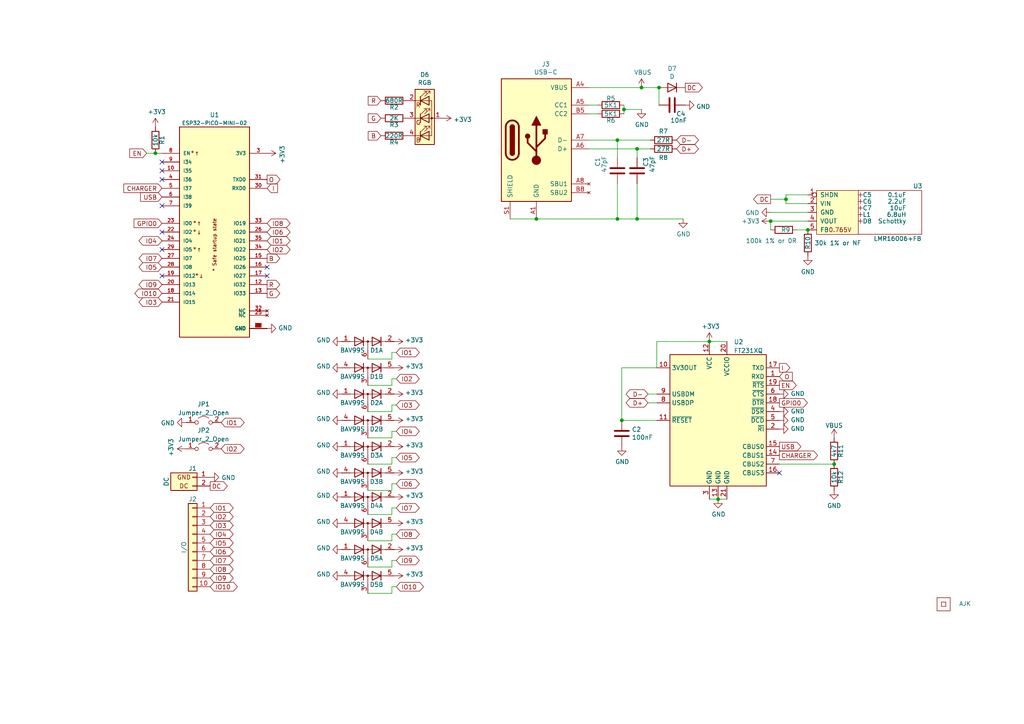
<source format=kicad_sch>
(kicad_sch (version 20211123) (generator eeschema)
  (paper "A4")
  (title_block (title "Generic ESP32-PICO-MINI module") (date "${DATE}") (rev "1") (comment 1 "@TheRealRevK") (comment 2 "www.me.uk"))
  (lib_symbols
    (symbol "Connector_Generic:Conn_01x10" (pin_names (offset 1.016) hide)
      (property "Reference" "J" (at 0 12.7 0))
      (property "Value" "Conn_01x10" (at 0 -15.24 0))
      (symbol "Conn_01x10_1_1"
        (rectangle (start -1.27 -12.573) (end 0 -12.827) (stroke (width 0.1524)))
        (rectangle (start -1.27 -10.033) (end 0 -10.287) (stroke (width 0.1524)))
        (rectangle (start -1.27 -7.493) (end 0 -7.747) (stroke (width 0.1524)))
        (rectangle (start -1.27 -4.953) (end 0 -5.207) (stroke (width 0.1524)))
        (rectangle (start -1.27 -2.413) (end 0 -2.667) (stroke (width 0.1524)))
        (rectangle (start -1.27 0.127) (end 0 -0.127) (stroke (width 0.1524)))
        (rectangle (start -1.27 2.667) (end 0 2.413) (stroke (width 0.1524)))
        (rectangle (start -1.27 5.207) (end 0 4.953) (stroke (width 0.1524)))
        (rectangle (start -1.27 7.747) (end 0 7.493) (stroke (width 0.1524)))
        (rectangle (start -1.27 10.287) (end 0 10.033) (stroke (width 0.1524)))
        (rectangle (start -1.27 11.43) (end 1.27 -13.97) (stroke (width 0.254)) (fill (type background)))
        (pin passive line (at -5.08 10.16 0) (length 3.81) (name "Pin_1") (number "1"))
        (pin passive line (at -5.08 -12.7 0) (length 3.81) (name "Pin_10") (number "10"))
        (pin passive line (at -5.08 7.62 0) (length 3.81) (name "Pin_2") (number "2"))
        (pin passive line (at -5.08 5.08 0) (length 3.81) (name "Pin_3") (number "3"))
        (pin passive line (at -5.08 2.54 0) (length 3.81) (name "Pin_4") (number "4"))
        (pin passive line (at -5.08 0 0) (length 3.81) (name "Pin_5") (number "5"))
        (pin passive line (at -5.08 -2.54 0) (length 3.81) (name "Pin_6") (number "6"))
        (pin passive line (at -5.08 -5.08 0) (length 3.81) (name "Pin_7") (number "7"))
        (pin passive line (at -5.08 -7.62 0) (length 3.81) (name "Pin_8") (number "8"))
        (pin passive line (at -5.08 -10.16 0) (length 3.81) (name "Pin_9") (number "9"))
      )
    )
    (symbol "Device:C" (pin_numbers hide) (pin_names (offset 0.254))
      (property "Reference" "C" (at 0.635 2.54 0))
      (property "Value" "C" (at 0.635 -2.54 0))
      (symbol "C_0_1"
        (polyline (pts (xy -2.032 -0.762) (xy 2.032 -0.762)) (stroke (width 0.508)))
        (polyline (pts (xy -2.032 0.762) (xy 2.032 0.762)) (stroke (width 0.508)))
      )
      (symbol "C_1_1"
        (pin passive line (at 0 3.81 270) (length 2.794) (name "~") (number "1"))
        (pin passive line (at 0 -3.81 90) (length 2.794) (name "~") (number "2"))
      )
    )
    (symbol "Device:D" (pin_numbers hide) (pin_names (offset 1.016) hide)
      (property "Reference" "D" (at 0 2.54 0))
      (property "Value" "D" (at 0 -2.54 0))
      (symbol "D_0_1"
        (polyline (pts (xy -1.27 1.27) (xy -1.27 -1.27)) (stroke (width 0.254)))
        (polyline (pts (xy 1.27 0) (xy -1.27 0)))
        (polyline (pts (xy 1.27 1.27) (xy 1.27 -1.27) (xy -1.27 0) (xy 1.27 1.27)) (stroke (width 0.254)))
      )
      (symbol "D_1_1"
        (pin passive line (at -3.81 0 0) (length 2.54) (name "K") (number "1"))
        (pin passive line (at 3.81 0 180) (length 2.54) (name "A") (number "2"))
      )
    )
    (symbol "Device:LED_ARGB" (pin_names (offset 0) hide)
      (property "Reference" "D" (at 0 9.398 0))
      (property "Value" "LED_ARGB" (at 0 -8.89 0))
      (symbol "LED_ARGB_0_0"
        (text "B" (at -1.905 -6.35 0) (effects (font (size 1.27 1.27))))
        (text "G" (at -1.905 -1.27 0) (effects (font (size 1.27 1.27))))
        (text "R" (at -1.905 3.81 0) (effects (font (size 1.27 1.27))))
      )
      (symbol "LED_ARGB_0_1"
        (polyline (pts (xy -1.27 -5.08) (xy -2.54 -5.08)))
        (polyline (pts (xy -1.27 -5.08) (xy 1.27 -5.08)))
        (polyline (pts (xy -1.27 -3.81) (xy -1.27 -6.35)) (stroke (width 0.254)))
        (polyline (pts (xy -1.27 0) (xy -2.54 0)))
        (polyline (pts (xy -1.27 1.27) (xy -1.27 -1.27)) (stroke (width 0.254)))
        (polyline (pts (xy -1.27 5.08) (xy -2.54 5.08)))
        (polyline (pts (xy -1.27 5.08) (xy 1.27 5.08)))
        (polyline (pts (xy -1.27 6.35) (xy -1.27 3.81)) (stroke (width 0.254)))
        (polyline (pts (xy 1.27 0) (xy -1.27 0)))
        (polyline (pts (xy 1.27 0) (xy 2.54 0)))
        (polyline (pts (xy -1.27 1.27) (xy -1.27 -1.27) (xy -1.27 -1.27)))
        (polyline (pts (xy -1.27 6.35) (xy -1.27 3.81) (xy -1.27 3.81)))
        (polyline (pts (xy 1.27 -5.08) (xy 2.032 -5.08) (xy 2.032 5.08) (xy 1.27 5.08)))
        (polyline (pts (xy 1.27 -3.81) (xy 1.27 -6.35) (xy -1.27 -5.08) (xy 1.27 -3.81)) (stroke (width 0.254)))
        (polyline (pts (xy 1.27 1.27) (xy 1.27 -1.27) (xy -1.27 0) (xy 1.27 1.27)) (stroke (width 0.254)))
        (polyline (pts (xy 1.27 6.35) (xy 1.27 3.81) (xy -1.27 5.08) (xy 1.27 6.35)) (stroke (width 0.254)))
        (polyline (pts (xy -1.016 -3.81) (xy 0.508 -2.286) (xy -0.254 -2.286) (xy 0.508 -2.286) (xy 0.508 -3.048)))
        (polyline (pts (xy -1.016 1.27) (xy 0.508 2.794) (xy -0.254 2.794) (xy 0.508 2.794) (xy 0.508 2.032)))
        (polyline (pts (xy -1.016 6.35) (xy 0.508 7.874) (xy -0.254 7.874) (xy 0.508 7.874) (xy 0.508 7.112)))
        (polyline (pts (xy 0 -3.81) (xy 1.524 -2.286) (xy 0.762 -2.286) (xy 1.524 -2.286) (xy 1.524 -3.048)))
        (polyline (pts (xy 0 1.27) (xy 1.524 2.794) (xy 0.762 2.794) (xy 1.524 2.794) (xy 1.524 2.032)))
        (polyline (pts (xy 0 6.35) (xy 1.524 7.874) (xy 0.762 7.874) (xy 1.524 7.874) (xy 1.524 7.112)))
        (rectangle (start 1.27 -1.27) (end 1.27 1.27))
        (rectangle (start 1.27 1.27) (end 1.27 1.27))
        (rectangle (start 1.27 3.81) (end 1.27 6.35))
        (rectangle (start 1.27 6.35) (end 1.27 6.35))
        (circle (center 2.032 0) (radius 0.254) (fill (type outline)))
        (rectangle (start 2.794 8.382) (end -2.794 -7.62) (stroke (width 0.254)) (fill (type background)))
      )
      (symbol "LED_ARGB_1_1"
        (pin passive line (at 5.08 0 180) (length 2.54) (name "A") (number "1"))
        (pin passive line (at -5.08 5.08 0) (length 2.54) (name "RK") (number "2"))
        (pin passive line (at -5.08 0 0) (length 2.54) (name "GK") (number "3"))
        (pin passive line (at -5.08 -5.08 0) (length 2.54) (name "BK") (number "4"))
      )
    )
    (symbol "Device:R" (pin_numbers hide) (pin_names (offset 0))
      (property "Reference" "R" (at 2.032 0 90))
      (property "Value" "R" (at 0 0 90))
      (symbol "R_0_1"
        (rectangle (start -1.016 -2.54) (end 1.016 2.54) (stroke (width 0.254)))
      )
      (symbol "R_1_1"
        (pin passive line (at 0 3.81 270) (length 1.27) (name "~") (number "1"))
        (pin passive line (at 0 -3.81 90) (length 1.27) (name "~") (number "2"))
      )
    )
    (symbol "Diode:BAV99S" (pin_names (offset 0.0254) hide)
      (property "Reference" "D" (at 0 2.54 0))
      (property "Value" "BAV99S" (at 0 5.08 0))
      (symbol "BAV99S_0_1"
        (polyline (pts (xy -5.08 0) (xy 5.08 0)))
        (polyline (pts (xy 0 0) (xy 0 -2.54)))
        (polyline (pts (xy -1.27 -1.27) (xy -1.27 1.27) (xy -1.27 1.27)) (stroke (width 0.254)))
        (polyline (pts (xy 3.81 1.27) (xy 3.81 -1.27) (xy 3.81 -1.27)) (stroke (width 0.254)))
        (polyline (pts (xy -3.81 1.27) (xy -1.27 0) (xy -3.81 -1.27) (xy -3.81 1.27) (xy -3.81 1.27) (xy -3.81 1.27)) (stroke (width 0.254)))
        (polyline (pts (xy 1.27 1.27) (xy 3.81 0) (xy 1.27 -1.27) (xy 1.27 1.27) (xy 1.27 1.27) (xy 1.27 1.27)) (stroke (width 0.254)))
        (circle (center 0 0) (radius 0.254) (fill (type outline)))
      )
      (symbol "BAV99S_1_1"
        (polyline (pts (xy 6.35 0) (xy 7.62 0)))
        (pin passive line (at -7.62 0 0) (length 2.54) (name "A1") (number "1"))
        (pin passive line (at 7.62 0 180) (length 2.54) (name "K2") (number "2"))
        (pin passive line (at 0 -5.08 90) (length 2.54) (name "K3A4") (number "6"))
      )
      (symbol "BAV99S_2_1"
        (polyline (pts (xy 6.35 0) (xy 7.62 0)))
        (pin passive line (at 0 -5.08 90) (length 2.54) (name "K1A2") (number "3"))
        (pin passive line (at -7.62 0 0) (length 2.54) (name "A3") (number "4"))
        (pin passive line (at 7.62 0 180) (length 2.54) (name "K4") (number "5"))
      )
    )
    (symbol "Jumper:Jumper_2_Open" (pin_names (offset 0) hide)
      (property "Reference" "JP" (at 0 2.794 0))
      (property "Value" "Jumper_2_Open" (at 0 -2.286 0))
      (symbol "Jumper_2_Open_0_0"
        (circle (center -2.032 0) (radius 0.508))
        (circle (center 2.032 0) (radius 0.508))
      )
      (symbol "Jumper_2_Open_0_1"
        (arc (start 1.524 1.27) (mid 0 1.778) (end -1.524 1.27))
      )
      (symbol "Jumper_2_Open_1_1"
        (pin passive line (at -5.08 0 0) (length 2.54) (name "A") (number "1"))
        (pin passive line (at 5.08 0 180) (length 2.54) (name "B") (number "2"))
      )
    )
    (symbol "RevK:AJK" (pin_names (offset 1.016)) (in_bom no)
      (property "Value" "AJK" (at 0 0 0))
    )
    (symbol "RevK:ESP32-PICO-MINI-02" (pin_names (offset 1.016))
      (property "Reference" "U" (at -10.16 -33.02 0))
      (property "Value" "ESP32-PICO-MINI-02" (at 0 27.94 0))
      (symbol "ESP32-PICO-MINI-02_0_0"
        (rectangle (start -10.16 -30.48) (end 10.16 30.48) (stroke (width 0.254)) (fill (type background)))
        (text "* Safe startup state" (at 0 -11.43 900) (effects (font (size 1 1)) (justify left)))
        (text "*↑" (at -6.985 22.86 0) (effects (font (size 1.27 1.27)) (justify left)))
        (text "*↑" (at -6.35 -5.08 0) (effects (font (size 1.27 1.27)) (justify left)))
        (text "*↑" (at -6.35 2.54 0) (effects (font (size 1.27 1.27)) (justify left)))
        (text "*↓" (at -6.35 0 0) (effects (font (size 1.27 1.27)) (justify left)))
        (text "*↓" (at -5.715 -12.7 0) (effects (font (size 1.27 1.27)) (justify left)))
        (pin power_in line (at 15.24 -27.94 180) (length 5.08) (name "GND") (number "1"))
        (pin input line (at -15.24 17.78 0) (length 5.08) (name "I35") (number "10"))
        (pin power_in line (at 15.24 -27.94 180) (length 5.08) (name "GND") (number "11"))
        (pin bidirectional line (at 15.24 -15.24 180) (length 5.08) (name "IO32") (number "12"))
        (pin bidirectional line (at 15.24 -17.78 180) (length 5.08) (name "IO33") (number "13"))
        (pin power_in line (at 15.24 -27.94 180) (length 5.08) (name "GND") (number "14"))
        (pin bidirectional line (at 15.24 -7.62 180) (length 5.08) (name "IO25") (number "15"))
        (pin bidirectional line (at 15.24 -10.16 180) (length 5.08) (name "IO26") (number "16"))
        (pin bidirectional line (at 15.24 -12.7 180) (length 5.08) (name "IO27") (number "17"))
        (pin bidirectional line (at -15.24 -17.78 0) (length 5.08) (name "IO14") (number "18"))
        (pin bidirectional line (at -15.24 -12.7 0) (length 5.08) (name "IO12") (number "19"))
        (pin power_in line (at 15.24 -27.94 180) (length 5.08) (name "GND") (number "2"))
        (pin bidirectional line (at -15.24 -15.24 0) (length 5.08) (name "IO13") (number "20"))
        (pin bidirectional line (at -15.24 -20.32 0) (length 5.08) (name "IO15") (number "21"))
        (pin bidirectional line (at -15.24 0 0) (length 5.08) (name "IO2") (number "22"))
        (pin bidirectional line (at -15.24 2.54 0) (length 5.08) (name "IO0") (number "23"))
        (pin bidirectional line (at -15.24 -2.54 0) (length 5.08) (name "IO4") (number "24"))
        (pin no_connect line (at 15.24 -24.13 180) (length 5.08) (name "NC") (number "25"))
        (pin bidirectional line (at 15.24 0 180) (length 5.08) (name "IO20") (number "26"))
        (pin bidirectional line (at -15.24 -7.62 0) (length 5.08) (name "IO7") (number "27"))
        (pin bidirectional line (at -15.24 -10.16 0) (length 5.08) (name "IO8") (number "28"))
        (pin bidirectional line (at -15.24 -5.08 0) (length 5.08) (name "IO5") (number "29"))
        (pin power_in line (at 15.24 22.86 180) (length 5.08) (name "3V3") (number "3"))
        (pin bidirectional line (at 15.24 12.7 180) (length 5.08) (name "RXD0") (number "30"))
        (pin bidirectional line (at 15.24 15.24 180) (length 5.08) (name "TXD0") (number "31"))
        (pin no_connect line (at 15.24 -22.86 180) (length 5.08) (name "NC") (number "32"))
        (pin bidirectional line (at 15.24 2.54 180) (length 5.08) (name "IO19") (number "33"))
        (pin bidirectional line (at 15.24 -5.08 180) (length 5.08) (name "IO22") (number "34"))
        (pin bidirectional line (at 15.24 -2.54 180) (length 5.08) (name "IO21") (number "35"))
        (pin power_in line (at 15.24 -27.94 180) (length 5.08) (name "GND") (number "36"))
        (pin power_in line (at 15.24 -27.94 180) (length 5.08) (name "GND") (number "37"))
        (pin power_in line (at 15.24 -27.94 180) (length 5.08) (name "GND") (number "38"))
        (pin power_in line (at 15.24 -27.94 180) (length 5.08) (name "GND") (number "39"))
        (pin input line (at -15.24 15.24 0) (length 5.08) (name "I36") (number "4"))
        (pin power_in line (at 15.24 -27.94 180) (length 5.08) (name "GND") (number "40"))
        (pin power_in line (at 15.24 -27.94 180) (length 5.08) (name "GND") (number "41"))
        (pin power_in line (at 15.24 -27.94 180) (length 5.08) (name "GND") (number "42"))
        (pin power_in line (at 15.24 -27.94 180) (length 5.08) (name "GND") (number "43"))
        (pin power_in line (at 15.24 -27.94 180) (length 5.08) (name "GND") (number "44"))
        (pin power_in line (at 15.24 -27.94 180) (length 5.08) (name "GND") (number "45"))
        (pin power_in line (at 15.24 -27.94 180) (length 5.08) (name "GND") (number "46"))
        (pin power_in line (at 15.24 -27.94 180) (length 5.08) (name "GND") (number "47"))
        (pin power_in line (at 15.24 -27.94 180) (length 5.08) (name "GND") (number "48"))
        (pin power_in line (at 15.24 -27.94 180) (length 5.08) (name "GND") (number "49"))
        (pin input line (at -15.24 12.7 0) (length 5.08) (name "I37") (number "5"))
        (pin power_in line (at 15.24 -27.94 180) (length 5.08) (name "GND") (number "50"))
        (pin power_in line (at 15.24 -27.94 180) (length 5.08) (name "GND") (number "51"))
        (pin power_in line (at 15.24 -27.94 180) (length 5.08) (name "GND") (number "52"))
        (pin power_in line (at 15.24 -27.94 180) (length 5.08) (name "GND") (number "53"))
        (pin input line (at -15.24 10.16 0) (length 5.08) (name "I38") (number "6"))
        (pin input line (at -15.24 7.62 0) (length 5.08) (name "I39") (number "7"))
        (pin input line (at -15.24 22.86 0) (length 5.08) (name "EN") (number "8"))
        (pin input line (at -15.24 20.32 0) (length 5.08) (name "I34") (number "9"))
      )
    )
    (symbol "RevK:FT231XQ"
      (property "Reference" "U" (at -13.97 20.32 0))
      (property "Value" "FT231XQ" (at 6.35 20.32 0))
      (symbol "FT231XQ_0_1"
        (rectangle (start -13.97 19.05) (end 13.97 -19.05) (stroke (width 0.254)) (fill (type background)))
      )
      (symbol "FT231XQ_1_1"
        (pin input line (at 17.78 12.7 180) (length 3.81) (name "RXD") (number "1"))
        (pin passive line (at -17.78 15.24 0) (length 3.81) (name "3V3OUT") (number "10"))
        (pin input line (at -17.78 0 0) (length 3.81) (name "~{RESET}") (number "11"))
        (pin power_in line (at -2.54 22.86 270) (length 3.81) (name "VCC") (number "12"))
        (pin power_in line (at 0 -22.86 90) (length 3.81) (name "GND") (number "13"))
        (pin bidirectional line (at 17.78 -10.16 180) (length 3.81) (name "CBUS1") (number "14"))
        (pin bidirectional line (at 17.78 -7.62 180) (length 3.81) (name "CBUS0") (number "15"))
        (pin bidirectional line (at 17.78 -15.24 180) (length 3.81) (name "CBUS3") (number "16"))
        (pin output line (at 17.78 15.24 180) (length 3.81) (name "TXD") (number "17"))
        (pin output line (at 17.78 5.08 180) (length 3.81) (name "~{DTR}") (number "18"))
        (pin output line (at 17.78 10.16 180) (length 3.81) (name "~{RTS}") (number "19"))
        (pin input line (at 17.78 -2.54 180) (length 3.81) (name "~{RI}") (number "2"))
        (pin power_in line (at 2.54 22.86 270) (length 3.81) (name "VCCIO") (number "20"))
        (pin power_in line (at 2.54 -22.86 90) (length 3.81) (name "GND") (number "21"))
        (pin power_in line (at -2.54 -22.86 90) (length 3.81) (name "GND") (number "3"))
        (pin input line (at 17.78 2.54 180) (length 3.81) (name "~{DSR}") (number "4"))
        (pin input line (at 17.78 0 180) (length 3.81) (name "~{DCD}") (number "5"))
        (pin input line (at 17.78 7.62 180) (length 3.81) (name "~{CTS}") (number "6"))
        (pin bidirectional line (at 17.78 -12.7 180) (length 3.81) (name "CBUS2") (number "7"))
        (pin bidirectional line (at -17.78 5.08 0) (length 3.81) (name "USBDP") (number "8"))
        (pin bidirectional line (at -17.78 7.62 0) (length 3.81) (name "USBDM") (number "9"))
      )
    )
    (symbol "RevK:Hidden" (pin_names (offset 1.016))
      (property "Reference" "Z" (at 0.635 0 0))
      (property "Value" "Hidden" (at 4.445 0 0))
      (symbol "Hidden_0_1"
        (polyline (pts (xy -0.635 0) (xy 0.635 0)) (stroke (width 0.1524)))
        (polyline (pts (xy 0 0.635) (xy 0 -0.635)) (stroke (width 0.1524)))
      )
      (symbol "Hidden_1_1"
        (pin no_connect non_logic (at 0 -2.54 90) (length 2.54) hide (name "~") (number "~"))
      )
    )
    (symbol "RevK:LMR16006+FB" (pin_names (offset 1.016))
      (property "Reference" "U" (at 11.43 2.54 0))
      (property "Value" "LMR16006+FB" (at 7.62 -12.7 0))
      (symbol "LMR16006+FB_0_0"
        (rectangle (start 2.54 1.27) (end 14.605 -11.43) (fill (type background)))
        (text "0.765V" (at 12.7 -10.16 0) (effects (font (size 1.27 1.27)) (justify right)))
      )
      (symbol "LMR16006+FB_0_1"
        (rectangle (start 14.605 1.27) (end 33.02 -11.43))
      )
      (symbol "LMR16006+FB_1_1"
        (pin input inverted (at 0 0 0) (length 2.54) (name "SHDN") (number "1"))
        (pin power_in line (at 0 -2.54 0) (length 2.54) (name "VIN") (number "2"))
        (pin power_in line (at 0 -5.08 0) (length 2.54) (name "GND") (number "3"))
        (pin power_out line (at 0 -7.62 0) (length 2.54) (name "VOUT") (number "4"))
        (pin passive line (at 0 -10.16 0) (length 2.54) (name "FB") (number "5"))
      )
    )
    (symbol "RevK:PowerIn" (pin_names (offset 1.016) hide)
      (property "Reference" "J" (at 0 2.54 0))
      (property "Value" "PowerIn" (at 2.54 -5.08 0))
      (symbol "PowerIn_0_0"
        (text "DC" (at 2.54 -2.54 0) (effects (font (size 1.27 1.27))))
        (text "GND" (at 2.54 0 0) (effects (font (size 1.27 1.27))))
      )
      (symbol "PowerIn_1_1"
        (rectangle (start -1.27 -2.413) (end 0 -2.667) (stroke (width 0.1524)))
        (rectangle (start -1.27 0.127) (end 0 -0.127) (stroke (width 0.1524)))
        (rectangle (start -1.27 1.27) (end 6.35 -3.81) (stroke (width 0.254)) (fill (type background)))
        (pin power_in line (at -5.08 0 0) (length 3.81) (name "GND") (number "1"))
        (pin power_out line (at -5.08 -2.54 0) (length 3.81) (name "DC") (number "2"))
      )
    )
    (symbol "RevK:QR" (pin_names (offset 1.016)) (in_bom no)
      (symbol "QR_0_1"
        (rectangle (start -1.905 -1.905) (end -1.905 1.905))
        (rectangle (start -1.905 1.905) (end 1.905 1.905))
        (rectangle (start -0.635 -0.635) (end -0.635 0.635))
        (rectangle (start -0.635 0.635) (end 0.635 0.635))
        (rectangle (start 0.635 -0.635) (end -0.635 -0.635))
        (rectangle (start 0.635 0.635) (end 0.635 -0.635))
        (rectangle (start 1.905 -1.905) (end -1.905 -1.905))
        (rectangle (start 1.905 1.905) (end 1.905 -1.905))
      )
    )
    (symbol "RevK:USB-C" (pin_names (offset 1.016))
      (property "Reference" "J" (at -10.16 19.05 0))
      (property "Value" "USB-C" (at -7.62 15.24 0))
      (symbol "USB-C_0_1"
        (rectangle (start -10.16 17.78) (end 10.16 -17.78) (stroke (width 0.254)) (fill (type background)))
        (arc (start -8.89 -3.81) (mid -6.985 -5.715) (end -5.08 -3.81) (stroke (width 0.508)))
        (arc (start -7.62 -3.81) (mid -6.985 -4.445) (end -6.35 -3.81) (stroke (width 0.254)))
        (arc (start -7.62 -3.81) (mid -6.985 -4.445) (end -6.35 -3.81) (stroke (width 0.254)) (fill (type outline)))
        (rectangle (start -7.62 -3.81) (end -6.35 3.81) (stroke (width 0.254)) (fill (type outline)))
        (arc (start -6.35 3.81) (mid -6.985 4.445) (end -7.62 3.81) (stroke (width 0.254)))
        (arc (start -6.35 3.81) (mid -6.985 4.445) (end -7.62 3.81) (stroke (width 0.254)) (fill (type outline)))
        (arc (start -5.08 3.81) (mid -6.985 5.715) (end -8.89 3.81) (stroke (width 0.508)))
        (circle (center -2.54 1.143) (radius 0.635) (stroke (width 0.254)) (fill (type outline)))
        (circle (center 0 -5.842) (radius 1.27) (fill (type outline)))
        (polyline (pts (xy -8.89 -3.81) (xy -8.89 3.81)) (stroke (width 0.508)))
        (polyline (pts (xy -5.08 3.81) (xy -5.08 -3.81)) (stroke (width 0.508)))
        (polyline (pts (xy 0 -5.842) (xy 0 4.318)) (stroke (width 0.508)))
        (polyline (pts (xy 0 -3.302) (xy -2.54 -0.762) (xy -2.54 0.508)) (stroke (width 0.508)))
        (polyline (pts (xy 0 -2.032) (xy 2.54 0.508) (xy 2.54 1.778)) (stroke (width 0.508)))
        (polyline (pts (xy -1.27 4.318) (xy 0 6.858) (xy 1.27 4.318) (xy -1.27 4.318)) (stroke (width 0.254)) (fill (type outline)))
        (rectangle (start 1.905 1.778) (end 3.175 3.048) (stroke (width 0.254)) (fill (type outline)))
      )
      (symbol "USB-C_1_1"
        (pin power_out line (at 0 -22.86 90) (length 5.08) (name "GND") (number "A1"))
        (pin passive line (at 0 -22.86 90) (length 5.08) hide (name "GND") (number "A12"))
        (pin power_out line (at 15.24 15.24 180) (length 5.08) (name "VBUS") (number "A4"))
        (pin bidirectional line (at 15.24 10.16 180) (length 5.08) (name "CC1") (number "A5"))
        (pin bidirectional line (at 15.24 -2.54 180) (length 5.08) (name "D+") (number "A6"))
        (pin bidirectional line (at 15.24 0 180) (length 5.08) (name "D-") (number "A7"))
        (pin no_connect line (at 15.24 -12.7 180) (length 5.08) (name "SBU1") (number "A8"))
        (pin passive line (at 15.24 15.24 180) (length 5.08) hide (name "VBUS") (number "A9"))
        (pin passive line (at 0 -22.86 90) (length 5.08) hide (name "GND") (number "B1"))
        (pin passive line (at 0 -22.86 90) (length 5.08) hide (name "GND") (number "B12"))
        (pin passive line (at 15.24 15.24 180) (length 5.08) hide (name "VBUS") (number "B4"))
        (pin bidirectional line (at 15.24 7.62 180) (length 5.08) (name "CC2") (number "B5"))
        (pin bidirectional line (at 15.24 -2.54 180) (length 5.08) hide (name "D+") (number "B6"))
        (pin bidirectional line (at 15.24 0 180) (length 5.08) hide (name "D-") (number "B7"))
        (pin no_connect line (at 15.24 -15.24 180) (length 5.08) (name "SBU2") (number "B8"))
        (pin passive line (at 15.24 15.24 180) (length 5.08) hide (name "VBUS") (number "B9"))
        (pin passive line (at -7.62 -22.86 90) (length 5.08) (name "SHIELD") (number "S1"))
      )
    )
    (symbol "power:+3.3V" (power) (pin_names (offset 0))
      (property "Value" "+3.3V" (at 0 3.556 0))
      (symbol "+3.3V_0_1"
        (polyline (pts (xy -0.762 1.27) (xy 0 2.54)))
        (polyline (pts (xy 0 0) (xy 0 2.54)))
        (polyline (pts (xy 0 2.54) (xy 0.762 1.27)))
      )
      (symbol "+3.3V_1_1"
        (pin power_in line (at 0 0 90) (length 0) hide (name "+3V3") (number "1"))
      )
    )
    (symbol "power:GND" (power) (pin_names (offset 0))
      (property "Value" "GND" (at 0 -3.81 0))
      (symbol "GND_0_1"
        (polyline (pts (xy 0 0) (xy 0 -1.27) (xy 1.27 -1.27) (xy 0 -2.54) (xy -1.27 -1.27) (xy 0 -1.27)))
      )
      (symbol "GND_1_1"
        (pin power_in line (at 0 0 270) (length 0) hide (name "GND") (number "1"))
      )
    )
    (symbol "power:VBUS" (power) (pin_names (offset 0))
      (property "Value" "VBUS" (at 0 3.81 0))
      (symbol "VBUS_0_1"
        (polyline (pts (xy -0.762 1.27) (xy 0 2.54)))
        (polyline (pts (xy 0 0) (xy 0 2.54)))
        (polyline (pts (xy 0 2.54) (xy 0.762 1.27)))
      )
      (symbol "VBUS_1_1"
        (pin power_in line (at 0 0 90) (length 0) hide (name "VBUS") (number "1"))
      )
    )
  )
  (junction (at 234.315 66.675))
  (junction (at 241.935 134.62))
  (junction (at 179.07 63.5))
  (junction (at 191.135 25.4))
  (junction (at 184.785 43.18))
  (junction (at 179.07 40.64))
  (junction (at 184.785 63.5))
  (junction (at 205.74 99.06))
  (junction (at 45.085 44.45))
  (junction (at 155.575 63.5))
  (junction (at 227.965 57.785))
  (junction (at 208.28 144.78))
  (junction (at 180.34 121.92))
  (junction (at 223.52 64.135))
  (junction (at 186.055 25.4))
  (junction (at 180.975 31.75))
  (no_connect (at 226.06 137.16))
  (no_connect (at 46.99 80.01))
  (no_connect (at 46.99 72.39))
  (no_connect (at 46.99 52.07))
  (no_connect (at 46.99 49.53))
  (no_connect (at 46.99 46.99))
  (no_connect (at 77.47 77.47))
  (no_connect (at 77.47 80.01))
  (no_connect (at 46.99 59.69))
  (no_connect (at 46.99 67.31))
  (wire (pts (xy 113.665 117.475) (xy 114.935 117.475)))
  (wire (pts (xy 179.07 40.64) (xy 179.07 45.72)))
  (wire (pts (xy 226.06 134.62) (xy 241.935 134.62)))
  (wire (pts (xy 45.085 44.45) (xy 46.99 44.45)))
  (wire (pts (xy 184.785 53.34) (xy 184.785 63.5)))
  (wire (pts (xy 180.34 121.92) (xy 190.5 121.92)))
  (wire (pts (xy 180.975 31.75) (xy 180.975 33.02)))
  (wire (pts (xy 186.055 25.4) (xy 191.135 25.4)))
  (wire (pts (xy 155.575 63.5) (xy 179.07 63.5)))
  (wire (pts (xy 184.785 43.18) (xy 184.785 45.72)))
  (wire (pts (xy 42.545 44.45) (xy 45.085 44.45)))
  (wire (pts (xy 113.665 104.14) (xy 113.665 102.235)))
  (wire (pts (xy 179.07 63.5) (xy 184.785 63.5)))
  (wire (pts (xy 227.965 56.515) (xy 227.965 57.785)))
  (wire (pts (xy 191.135 25.4) (xy 191.135 30.48)))
  (wire (pts (xy 170.815 40.64) (xy 179.07 40.64)))
  (wire (pts (xy 227.965 56.515) (xy 234.315 56.515)))
  (wire (pts (xy 113.665 132.715) (xy 114.935 132.715)))
  (wire (pts (xy 179.07 53.34) (xy 179.07 63.5)))
  (wire (pts (xy 113.665 119.38) (xy 113.665 117.475)))
  (wire (pts (xy 106.68 104.14) (xy 113.665 104.14)))
  (wire (pts (xy 223.52 64.135) (xy 234.315 64.135)))
  (wire (pts (xy 231.14 66.675) (xy 234.315 66.675)))
  (wire (pts (xy 190.5 99.06) (xy 205.74 99.06)))
  (wire (pts (xy 113.665 164.465) (xy 113.665 162.56)))
  (wire (pts (xy 180.34 121.92) (xy 180.34 106.68)))
  (wire (pts (xy 113.665 111.76) (xy 113.665 109.855)))
  (wire (pts (xy 106.68 172.085) (xy 113.665 172.085)))
  (wire (pts (xy 227.965 57.785) (xy 227.965 59.055)))
  (wire (pts (xy 223.52 64.135) (xy 223.52 66.675)))
  (wire (pts (xy 113.665 172.085) (xy 113.665 170.18)))
  (wire (pts (xy 190.5 106.68) (xy 190.5 99.06)))
  (wire (pts (xy 184.785 63.5) (xy 198.12 63.5)))
  (wire (pts (xy 147.955 63.5) (xy 155.575 63.5)))
  (wire (pts (xy 179.07 40.64) (xy 188.595 40.64)))
  (wire (pts (xy 223.52 57.785) (xy 227.965 57.785)))
  (wire (pts (xy 106.68 142.24) (xy 113.665 142.24)))
  (wire (pts (xy 113.665 170.18) (xy 114.935 170.18)))
  (wire (pts (xy 186.055 31.75) (xy 180.975 31.75)))
  (wire (pts (xy 208.28 144.78) (xy 210.82 144.78)))
  (wire (pts (xy 113.665 162.56) (xy 114.935 162.56)))
  (wire (pts (xy 113.665 156.845) (xy 113.665 154.94)))
  (wire (pts (xy 190.5 114.3) (xy 187.96 114.3)))
  (wire (pts (xy 106.68 164.465) (xy 113.665 164.465)))
  (wire (pts (xy 106.68 127) (xy 113.665 127)))
  (wire (pts (xy 113.665 134.62) (xy 113.665 132.715)))
  (wire (pts (xy 113.665 154.94) (xy 114.935 154.94)))
  (wire (pts (xy 106.68 119.38) (xy 113.665 119.38)))
  (wire (pts (xy 180.975 30.48) (xy 180.975 31.75)))
  (wire (pts (xy 113.665 140.335) (xy 114.935 140.335)))
  (wire (pts (xy 113.665 127) (xy 113.665 125.095)))
  (wire (pts (xy 113.665 147.32) (xy 114.935 147.32)))
  (wire (pts (xy 106.68 111.76) (xy 113.665 111.76)))
  (wire (pts (xy 113.665 109.855) (xy 114.935 109.855)))
  (wire (pts (xy 170.815 30.48) (xy 173.355 30.48)))
  (wire (pts (xy 170.815 33.02) (xy 173.355 33.02)))
  (wire (pts (xy 170.815 43.18) (xy 184.785 43.18)))
  (wire (pts (xy 184.785 43.18) (xy 188.595 43.18)))
  (wire (pts (xy 187.96 116.84) (xy 190.5 116.84)))
  (wire (pts (xy 106.68 156.845) (xy 113.665 156.845)))
  (wire (pts (xy 205.74 99.06) (xy 210.82 99.06)))
  (wire (pts (xy 113.665 149.225) (xy 113.665 147.32)))
  (wire (pts (xy 180.34 106.68) (xy 190.5 106.68)))
  (wire (pts (xy 223.52 61.595) (xy 234.315 61.595)))
  (wire (pts (xy 113.665 102.235) (xy 114.935 102.235)))
  (wire (pts (xy 113.665 125.095) (xy 114.935 125.095)))
  (wire (pts (xy 106.68 134.62) (xy 113.665 134.62)))
  (wire (pts (xy 205.74 144.78) (xy 208.28 144.78)))
  (wire (pts (xy 170.815 25.4) (xy 186.055 25.4)))
  (wire (pts (xy 113.665 142.24) (xy 113.665 140.335)))
  (wire (pts (xy 106.68 149.225) (xy 113.665 149.225)))
  (wire (pts (xy 227.965 59.055) (xy 234.315 59.055)))
  (global_label "D-" (shape bidirectional) (at 187.96 114.3 180) (property "Intersheet References" "${INTERSHEET_REFS}" (effects hide)))
  (global_label "CHARGER" (shape output) (at 226.06 132.08 0) (property "Intersheet References" "${INTERSHEET_REFS}" (effects hide)))
  (global_label "G" (shape input) (at 110.49 34.29 180) (property "Intersheet References" "${INTERSHEET_REFS}" (effects hide)))
  (global_label "IO8" (shape bidirectional) (at 77.47 64.77 0) (property "Intersheet References" "${INTERSHEET_REFS}" (effects hide)))
  (global_label "DC" (shape output) (at 223.52 57.785 180) (property "Intersheet References" "${INTERSHEET_REFS}" (effects hide)))
  (global_label "CHARGER" (shape input) (at 46.99 54.61 180) (property "Intersheet References" "${INTERSHEET_REFS}" (effects hide)))
  (global_label "IO3" (shape bidirectional) (at 46.99 87.63 180) (property "Intersheet References" "${INTERSHEET_REFS}" (effects hide)))
  (global_label "IO10" (shape bidirectional) (at 114.935 170.18 0) (property "Intersheet References" "${INTERSHEET_REFS}" (effects hide)))
  (global_label "IO1" (shape bidirectional) (at 114.935 102.235 0) (property "Intersheet References" "${INTERSHEET_REFS}" (effects hide)))
  (global_label "IO4" (shape bidirectional) (at 114.935 125.095 0) (property "Intersheet References" "${INTERSHEET_REFS}" (effects hide)))
  (global_label "IO7" (shape bidirectional) (at 46.99 74.93 180) (property "Intersheet References" "${INTERSHEET_REFS}" (effects hide)))
  (global_label "IO6" (shape bidirectional) (at 60.96 160.02 0) (property "Intersheet References" "${INTERSHEET_REFS}" (effects hide)))
  (global_label "IO9" (shape bidirectional) (at 46.99 82.55 180) (property "Intersheet References" "${INTERSHEET_REFS}" (effects hide)))
  (global_label "USB" (shape output) (at 226.06 129.54 0) (property "Intersheet References" "${INTERSHEET_REFS}" (effects hide)))
  (global_label "IO9" (shape bidirectional) (at 114.935 162.56 0) (property "Intersheet References" "${INTERSHEET_REFS}" (effects hide)))
  (global_label "IO3" (shape bidirectional) (at 60.96 152.4 0) (property "Intersheet References" "${INTERSHEET_REFS}" (effects hide)))
  (global_label "IO5" (shape bidirectional) (at 114.935 132.715 0) (property "Intersheet References" "${INTERSHEET_REFS}" (effects hide)))
  (global_label "IO9" (shape bidirectional) (at 60.96 167.64 0) (property "Intersheet References" "${INTERSHEET_REFS}" (effects hide)))
  (global_label "IO5" (shape bidirectional) (at 46.99 77.47 180) (property "Intersheet References" "${INTERSHEET_REFS}" (effects hide)))
  (global_label "IO1" (shape bidirectional) (at 77.47 69.85 0) (property "Intersheet References" "${INTERSHEET_REFS}" (effects hide)))
  (global_label "O" (shape output) (at 77.47 52.07 0) (property "Intersheet References" "${INTERSHEET_REFS}" (effects hide)))
  (global_label "IO1" (shape bidirectional) (at 64.135 122.555 0) (property "Intersheet References" "${INTERSHEET_REFS}" (effects hide)))
  (global_label "IO8" (shape bidirectional) (at 60.96 165.1 0) (property "Intersheet References" "${INTERSHEET_REFS}" (effects hide)))
  (global_label "D+" (shape bidirectional) (at 196.215 43.18 0) (property "Intersheet References" "${INTERSHEET_REFS}" (effects hide)))
  (global_label "IO7" (shape bidirectional) (at 114.935 147.32 0) (property "Intersheet References" "${INTERSHEET_REFS}" (effects hide)))
  (global_label "IO6" (shape bidirectional) (at 77.47 67.31 0) (property "Intersheet References" "${INTERSHEET_REFS}" (effects hide)))
  (global_label "EN" (shape input) (at 42.545 44.45 180) (property "Intersheet References" "${INTERSHEET_REFS}" (effects hide)))
  (global_label "IO10" (shape bidirectional) (at 60.96 170.18 0) (property "Intersheet References" "${INTERSHEET_REFS}" (effects hide)))
  (global_label "G" (shape output) (at 77.47 85.09 0) (property "Intersheet References" "${INTERSHEET_REFS}" (effects hide)))
  (global_label "D+" (shape bidirectional) (at 187.96 116.84 180) (property "Intersheet References" "${INTERSHEET_REFS}" (effects hide)))
  (global_label "IO2" (shape bidirectional) (at 77.47 72.39 0) (property "Intersheet References" "${INTERSHEET_REFS}" (effects hide)))
  (global_label "I" (shape input) (at 77.47 54.61 0) (property "Intersheet References" "${INTERSHEET_REFS}" (effects hide)))
  (global_label "B" (shape input) (at 110.49 39.37 180) (property "Intersheet References" "${INTERSHEET_REFS}" (effects hide)))
  (global_label "D-" (shape bidirectional) (at 196.215 40.64 0) (property "Intersheet References" "${INTERSHEET_REFS}" (effects hide)))
  (global_label "IO4" (shape bidirectional) (at 46.99 69.85 180) (property "Intersheet References" "${INTERSHEET_REFS}" (effects hide)))
  (global_label "GPIO0" (shape output) (at 226.06 116.84 0) (property "Intersheet References" "${INTERSHEET_REFS}" (effects hide)))
  (global_label "USB" (shape input) (at 46.99 57.15 180) (property "Intersheet References" "${INTERSHEET_REFS}" (effects hide)))
  (global_label "IO1" (shape bidirectional) (at 60.96 147.32 0) (property "Intersheet References" "${INTERSHEET_REFS}" (effects hide)))
  (global_label "IO2" (shape bidirectional) (at 60.96 149.86 0) (property "Intersheet References" "${INTERSHEET_REFS}" (effects hide)))
  (global_label "R" (shape output) (at 77.47 82.55 0) (property "Intersheet References" "${INTERSHEET_REFS}" (effects hide)))
  (global_label "IO2" (shape bidirectional) (at 64.135 130.175 0) (property "Intersheet References" "${INTERSHEET_REFS}" (effects hide)))
  (global_label "IO7" (shape bidirectional) (at 60.96 162.56 0) (property "Intersheet References" "${INTERSHEET_REFS}" (effects hide)))
  (global_label "EN" (shape output) (at 226.06 111.76 0) (property "Intersheet References" "${INTERSHEET_REFS}" (effects hide)))
  (global_label "DC" (shape output) (at 60.96 140.97 0) (property "Intersheet References" "${INTERSHEET_REFS}" (effects hide)))
  (global_label "DC" (shape output) (at 198.755 25.4 0) (property "Intersheet References" "${INTERSHEET_REFS}" (effects hide)))
  (global_label "IO8" (shape bidirectional) (at 114.935 154.94 0) (property "Intersheet References" "${INTERSHEET_REFS}" (effects hide)))
  (global_label "I" (shape output) (at 226.06 106.68 0) (property "Intersheet References" "${INTERSHEET_REFS}" (effects hide)))
  (global_label "R" (shape input) (at 110.49 29.21 180) (property "Intersheet References" "${INTERSHEET_REFS}" (effects hide)))
  (global_label "IO10" (shape bidirectional) (at 46.99 85.09 180) (property "Intersheet References" "${INTERSHEET_REFS}" (effects hide)))
  (global_label "IO6" (shape bidirectional) (at 114.935 140.335 0) (property "Intersheet References" "${INTERSHEET_REFS}" (effects hide)))
  (global_label "IO4" (shape bidirectional) (at 60.96 154.94 0) (property "Intersheet References" "${INTERSHEET_REFS}" (effects hide)))
  (global_label "IO5" (shape bidirectional) (at 60.96 157.48 0) (property "Intersheet References" "${INTERSHEET_REFS}" (effects hide)))
  (global_label "B" (shape output) (at 77.47 74.93 0) (property "Intersheet References" "${INTERSHEET_REFS}" (effects hide)))
  (global_label "IO2" (shape bidirectional) (at 114.935 109.855 0) (property "Intersheet References" "${INTERSHEET_REFS}" (effects hide)))
  (global_label "O" (shape input) (at 226.06 109.22 0) (property "Intersheet References" "${INTERSHEET_REFS}" (effects hide)))
  (global_label "IO3" (shape bidirectional) (at 114.935 117.475 0) (property "Intersheet References" "${INTERSHEET_REFS}" (effects hide)))
  (global_label "GPIO0" (shape input) (at 46.99 64.77 180) (property "Intersheet References" "${INTERSHEET_REFS}" (effects hide)))
  (symbol (lib_id "Device:R") (at 177.165 30.48 90) (unit 1)
    (property "Reference" "R5" (at 177.165 28.575 90))
    (property "Value" "5K1" (at 177.165 30.48 90))
    (property "Footprint" "RevK:R_0603" (effects hide))
  )
  (symbol (lib_id "power:VBUS") (at 186.055 25.4 0) (unit 1)
    (property "Reference" "#PWR029" (effects hide))
    (property "Value" "VBUS" (at 186.436 21.0058 0))
  )
  (symbol (lib_id "power:+3.3V") (at 77.47 44.45 270) (unit 1)
    (property "Reference" "#PWR05" (effects hide))
    (property "Value" "+3.3V" (at 81.8642 44.831 0))
  )
  (symbol (lib_id "power:GND") (at 186.055 31.75 0) (unit 1)
    (property "Reference" "#PWR030" (effects hide))
    (property "Value" "GND" (at 186.182 36.1442 0))
  )
  (symbol (lib_id "power:GND") (at 198.12 63.5 0) (unit 1)
    (property "Reference" "#PWR031" (effects hide))
    (property "Value" "GND" (at 198.247 67.8942 0))
  )
  (symbol (lib_id "Device:R") (at 177.165 33.02 270) (unit 1)
    (property "Reference" "R6" (at 177.165 34.925 90))
    (property "Value" "5K1" (at 177.165 33.02 90))
    (property "Footprint" "RevK:R_0603" (effects hide))
  )
  (symbol (lib_id "power:GND") (at 226.06 114.3 90) (unit 1)
    (property "Reference" "#PWR037" (effects hide))
    (property "Value" "GND" (at 229.3112 114.173 90) (effects (justify right)))
  )
  (symbol (lib_id "power:GND") (at 226.06 119.38 90) (unit 1)
    (property "Reference" "#PWR038" (effects hide))
    (property "Value" "GND" (at 229.3112 119.253 90) (effects (justify right)))
  )
  (symbol (lib_id "power:GND") (at 226.06 121.92 90) (unit 1)
    (property "Reference" "#PWR039" (effects hide))
    (property "Value" "GND" (at 229.3112 121.793 90) (effects (justify right)))
  )
  (symbol (lib_id "power:GND") (at 226.06 124.46 90) (unit 1)
    (property "Reference" "#PWR040" (effects hide))
    (property "Value" "GND" (at 229.3112 124.333 90) (effects (justify right)))
  )
  (symbol (lib_id "power:GND") (at 208.28 144.78 0) (unit 1)
    (property "Reference" "#PWR034" (effects hide))
    (property "Value" "GND" (at 208.407 149.1742 0))
  )
  (symbol (lib_id "power:GND") (at 223.52 61.595 270) (unit 1)
    (property "Reference" "#PWR035" (effects hide))
    (property "Value" "GND" (at 220.2688 61.722 90) (effects (justify right)))
  )
  (symbol (lib_id "power:+3.3V") (at 223.52 64.135 90) (unit 1)
    (property "Reference" "#PWR036" (effects hide))
    (property "Value" "+3.3V" (at 220.345 64.135 90) (effects (justify left)))
  )
  (symbol (lib_id "power:GND") (at 77.47 95.25 90) (unit 1)
    (property "Reference" "#PWR06" (effects hide))
    (property "Value" "GND" (at 80.7212 95.123 90) (effects (justify right)))
  )
  (symbol (lib_id "Device:C") (at 180.34 125.73 0) (unit 1)
    (property "Reference" "C2" (at 183.261 124.5616 0) (effects (justify left)))
    (property "Value" "100nF" (at 183.261 126.873 0) (effects (justify left)))
    (property "Footprint" "RevK:C_0603" (effects hide))
  )
  (symbol (lib_id "power:GND") (at 180.34 129.54 0) (unit 1)
    (property "Reference" "#PWR028" (effects hide))
    (property "Value" "GND" (at 180.467 133.9342 0))
  )
  (symbol (lib_id "Device:R") (at 114.3 39.37 270) (unit 1)
    (property "Reference" "R4" (at 114.3 41.275 90))
    (property "Value" "220R" (at 114.3 39.37 90))
    (property "Footprint" "RevK:R_0603" (effects hide))
  )
  (symbol (lib_id "power:+3.3V") (at 128.27 34.29 270) (unit 1)
    (property "Reference" "#PWR027" (effects hide))
    (property "Value" "+3.3V" (at 131.5212 34.671 90) (effects (justify left)))
  )
  (symbol (lib_id "Device:D") (at 194.945 25.4 180) (unit 1)
    (property "Reference" "D7" (at 194.945 19.8882 0))
    (property "Value" "D" (at 194.945 22.1996 0))
    (property "Footprint" "RevK:D_1206" (effects hide))
  )
  (symbol (lib_id "Device:LED_ARGB") (at 123.19 34.29 0) (unit 1)
    (property "Reference" "D6" (at 123.19 21.6662 0))
    (property "Value" "RGB" (at 123.19 23.9776 0))
    (property "Footprint" "RevK:LED-RGB-1.6x1.6" (effects hide))
    (property "Manufacturer" "Kingbright" (effects hide))
    (property "Part No" "APTF1616LSEEZGKQBKC" (effects hide))
  )
  (symbol (lib_id "Device:R") (at 114.3 29.21 270) (unit 1)
    (property "Reference" "R2" (at 114.3 31.115 90))
    (property "Value" "680R" (at 114.3 29.21 90))
    (property "Footprint" "RevK:R_0603" (effects hide))
  )
  (symbol (lib_id "Device:R") (at 114.3 34.29 270) (unit 1)
    (property "Reference" "R3" (at 114.3 36.195 90))
    (property "Value" "2K" (at 114.3 34.29 90))
    (property "Footprint" "RevK:R_0603" (effects hide))
  )
  (symbol (lib_id "RevK:USB-C") (at 155.575 40.64 0) (unit 1)
    (property "Reference" "J3" (at 158.2928 18.6182 0))
    (property "Value" "USB-C" (at 158.2928 20.9296 0))
    (property "Footprint" "RevK:USC16-TR-Round" (effects hide))
    (property "Datasheet" "https://www.usb.org/sites/default/files/documents/usb_type-c.zip" (effects hide))
    (property "Manufacturer" "Valcon" (effects hide))
    (property "Part No" "CSP-USC16-TR" (effects hide))
    (property "Order URL" "https://www.toby.co.uk/signal-to-board-connectors/usb-connectors/csp-usc16-tr-valcon-usb-type-c-surface-mount-pcb-socket/" (effects hide))
  )
  (symbol (lib_id "RevK:Hidden") (at 249.555 56.515 0) (unit 1)
    (property "Reference" "C5" (at 250.19 56.515 0) (effects (justify left)))
    (property "Value" "0.1uF" (at 262.89 56.515 0) (effects (justify right)))
    (property "Footprint" "RevK:Hidden" (effects hide))
    (property "Note" "X7R or X5R 0603" (effects hide))
  )
  (symbol (lib_id "RevK:Hidden") (at 249.555 58.42 0) (unit 1)
    (property "Reference" "C6" (at 250.19 58.42 0) (effects (justify left)))
    (property "Value" "2.2uF" (at 262.89 58.42 0) (effects (justify right)))
    (property "Footprint" "RevK:Hidden" (effects hide))
    (property "Note" "0603 or 0805" (effects hide))
  )
  (symbol (lib_id "RevK:Hidden") (at 249.555 60.325 0) (unit 1)
    (property "Reference" "C7" (at 250.19 60.325 0) (effects (justify left)))
    (property "Value" "10uF" (at 262.89 60.325 0) (effects (justify right)))
    (property "Footprint" "RevK:Hidden" (effects hide))
    (property "Note" "0603 or 0805" (effects hide))
  )
  (symbol (lib_id "RevK:Hidden") (at 249.555 62.23 0) (unit 1)
    (property "Reference" "L1" (at 250.19 62.23 0) (effects (justify left)))
    (property "Value" "6.8uH" (at 262.89 62.23 0) (effects (justify right)))
    (property "Footprint" "RevK:Hidden" (effects hide))
    (property "Datasheet" "https://www.mouser.co.uk/datasheet/2/987/Laird_Performance_TYA4020_series__Rev_A_-1877538.pdf" (effects hide))
    (property "Manufacturer" "Laird" (effects hide))
    (property "Part No" "TYA4020" (effects hide))
  )
  (symbol (lib_id "RevK:Hidden") (at 249.555 64.135 0) (unit 1)
    (property "Reference" "D8" (at 250.19 64.135 0) (effects (justify left)))
    (property "Value" "Schottky" (at 262.89 64.135 0) (effects (justify right)))
    (property "Footprint" "RevK:Hidden" (effects hide))
    (property "Datasheet" "https://www.mouser.co.uk/datasheet/2/54/CD1206-B220_B2100-777245.pdf" (effects hide))
    (property "Manufacturer" "Bourns" (effects hide))
    (property "Part No" "CD1206-B2100" (effects hide))
  )
  (symbol (lib_id "power:GND") (at 99.06 114.3 270) (unit 1)
    (property "Reference" "#PWR09" (effects hide))
    (property "Value" "GND" (at 95.885 113.8662 90) (effects (justify right)))
  )
  (symbol (lib_id "power:GND") (at 99.06 151.765 270) (unit 1)
    (property "Reference" "#PWR014" (effects hide))
    (property "Value" "GND" (at 95.885 151.3312 90) (effects (justify right)))
  )
  (symbol (lib_id "Device:R") (at 192.405 43.18 90) (unit 1)
    (property "Reference" "R8" (at 192.405 45.72 90))
    (property "Value" "27R" (at 192.405 43.18 90))
    (property "Footprint" "RevK:R_0603" (effects hide))
  )
  (symbol (lib_id "power:GND") (at 99.06 121.92 270) (unit 1)
    (property "Reference" "#PWR010" (effects hide))
    (property "Value" "GND" (at 95.885 121.4862 90) (effects (justify right)))
  )
  (symbol (lib_id "power:GND") (at 198.755 30.48 90) (unit 1)
    (property "Reference" "#PWR032" (effects hide))
    (property "Value" "GND" (at 201.93 30.9138 90) (effects (justify right)))
  )
  (symbol (lib_id "Diode:BAV99S") (at 106.68 129.54 0) (unit 1)
    (property "Reference" "D3" (at 109.22 132.08 0))
    (property "Value" "BAV99S" (at 102.235 132.08 0))
    (property "Footprint" "Package_TO_SOT_SMD:SOT-363_SC-70-6" (effects hide))
    (property "Datasheet" "https://assets.nexperia.com/documents/data-sheet/BAV99_SER.pdf" (effects hide))
  )
  (symbol (lib_id "power:+3.3V") (at 114.3 151.765 270) (unit 1)
    (property "Reference" "#PWR024" (effects hide))
    (property "Value" "+3.3V" (at 117.475 151.3312 90) (effects (justify left)))
  )
  (symbol (lib_id "power:+3.3V") (at 205.74 99.06 0) (unit 1)
    (property "Reference" "#PWR033" (effects hide))
    (property "Value" "+3.3V" (at 206.121 94.6658 0))
  )
  (symbol (lib_id "Connector_Generic:Conn_01x10") (at 55.88 157.48 0) (mirror y) (unit 1)
    (property "Reference" "J2" (at 55.88 144.78 0))
    (property "Value" "I/O" (at 53.34 158.75 90))
    (property "Footprint" "RevK:Molex_MiniSPOX_H10RA" (effects hide))
  )
  (symbol (lib_id "RevK:FT231XQ") (at 208.28 121.92 0) (unit 1)
    (property "Reference" "U2" (at 212.8394 99.1702 0) (effects (justify left)))
    (property "Value" "FT231XQ" (at 212.8394 101.7071 0) (effects (justify left)))
    (property "Footprint" "RevK:QFN-20-1EP_4x4mm_P0.5mm_EP2.5x2.5mm" (effects hide))
    (property "Datasheet" "https://www.ftdichip.com/Support/Documents/DataSheets/ICs/DS_FT231X.pdf" (effects hide))
  )
  (symbol (lib_id "Device:R") (at 45.085 40.64 0) (unit 1)
    (property "Reference" "R1" (at 46.99 40.64 90))
    (property "Value" "10k" (at 45.085 40.64 90))
    (property "Footprint" "RevK:R_0603" (effects hide))
  )
  (symbol (lib_id "power:GND") (at 241.935 142.24 0) (unit 1)
    (property "Reference" "#PWR043" (effects hide))
    (property "Value" "GND" (at 241.935 146.6834 0))
  )
  (symbol (lib_id "power:GND") (at 99.06 106.68 270) (unit 1)
    (property "Reference" "#PWR08" (effects hide))
    (property "Value" "GND" (at 95.885 106.2462 90) (effects (justify right)))
  )
  (symbol (lib_id "Diode:BAV99S") (at 106.68 167.005 0) (unit 2)
    (property "Reference" "D5" (at 109.22 169.545 0))
    (property "Value" "BAV99S" (at 102.235 169.545 0))
    (property "Footprint" "Package_TO_SOT_SMD:SOT-363_SC-70-6" (effects hide))
    (property "Datasheet" "https://assets.nexperia.com/documents/data-sheet/BAV99_SER.pdf" (effects hide))
  )
  (symbol (lib_id "power:GND") (at 234.315 74.295 0) (unit 1)
    (property "Reference" "#PWR041" (effects hide))
    (property "Value" "GND" (at 234.315 78.8575 0))
  )
  (symbol (lib_id "power:GND") (at 60.96 138.43 90) (mirror x) (unit 1)
    (property "Reference" "#PWR04" (effects hide))
    (property "Value" "GND" (at 64.2112 138.557 90) (effects (justify right)))
  )
  (symbol (lib_id "power:GND") (at 99.06 129.54 270) (unit 1)
    (property "Reference" "#PWR011" (effects hide))
    (property "Value" "GND" (at 95.885 129.1062 90) (effects (justify right)))
  )
  (symbol (lib_id "Diode:BAV99S") (at 106.68 151.765 0) (unit 2)
    (property "Reference" "D4" (at 109.22 154.305 0))
    (property "Value" "BAV99S" (at 102.235 154.305 0))
    (property "Footprint" "Package_TO_SOT_SMD:SOT-363_SC-70-6" (effects hide))
    (property "Datasheet" "https://assets.nexperia.com/documents/data-sheet/BAV99_SER.pdf" (effects hide))
  )
  (symbol (lib_id "Device:R") (at 241.935 130.81 0) (unit 1)
    (property "Reference" "R11" (at 243.84 130.81 90))
    (property "Value" "4k7" (at 241.935 130.81 90))
    (property "Footprint" "RevK:R_0603" (effects hide))
  )
  (symbol (lib_id "power:VBUS") (at 241.935 127 0) (unit 1)
    (property "Reference" "#PWR042" (effects hide))
    (property "Value" "VBUS" (at 241.935 123.4242 0))
  )
  (symbol (lib_id "power:+3.3V") (at 53.975 130.175 90) (unit 1)
    (property "Reference" "#PWR03" (effects hide))
    (property "Value" "+3.3V" (at 49.5808 129.794 0))
  )
  (symbol (lib_id "power:GND") (at 99.06 144.145 270) (unit 1)
    (property "Reference" "#PWR013" (effects hide))
    (property "Value" "GND" (at 95.885 143.7112 90) (effects (justify right)))
  )
  (symbol (lib_id "power:GND") (at 99.06 99.06 270) (unit 1)
    (property "Reference" "#PWR07" (effects hide))
    (property "Value" "GND" (at 95.885 98.6262 90) (effects (justify right)))
  )
  (symbol (lib_id "power:GND") (at 99.06 159.385 270) (unit 1)
    (property "Reference" "#PWR015" (effects hide))
    (property "Value" "GND" (at 95.885 158.9512 90) (effects (justify right)))
  )
  (symbol (lib_id "Device:R") (at 241.935 138.43 0) (unit 1)
    (property "Reference" "R12" (at 243.84 138.43 90))
    (property "Value" "10k" (at 241.935 138.43 90))
    (property "Footprint" "RevK:R_0603" (effects hide))
  )
  (symbol (lib_id "Diode:BAV99S") (at 106.68 144.145 0) (unit 1)
    (property "Reference" "D4" (at 109.22 146.685 0))
    (property "Value" "BAV99S" (at 102.235 146.685 0))
    (property "Footprint" "Package_TO_SOT_SMD:SOT-363_SC-70-6" (effects hide))
    (property "Datasheet" "https://assets.nexperia.com/documents/data-sheet/BAV99_SER.pdf" (effects hide))
  )
  (symbol (lib_id "RevK:ESP32-PICO-MINI-02") (at 62.23 67.31 0) (unit 1)
    (property "Reference" "U1" (at 62.23 33.3198 0))
    (property "Value" "ESP32-PICO-MINI-02" (at 62.23 35.7039 0) (effects (font (size 1.1 1.1))))
    (property "Footprint" "RevK:ESP32-PICO-MINI-02" (effects hide))
    (property "MANUFACTURER" "Espressif" (effects hide))
    (property "MAXIMUM_PACKAGE_HEIGHT" "2.55mm" (effects hide))
    (property "PARTREV" "v1.0" (effects hide))
    (property "STANDARD" "Manufacturer Recommendations" (effects hide))
  )
  (symbol (lib_id "power:+3.3V") (at 114.3 99.06 270) (unit 1)
    (property "Reference" "#PWR017" (effects hide))
    (property "Value" "+3.3V" (at 117.475 98.6262 90) (effects (justify left)))
  )
  (symbol (lib_id "power:+3.3V") (at 114.3 137.16 270) (unit 1)
    (property "Reference" "#PWR022" (effects hide))
    (property "Value" "+3.3V" (at 117.475 136.7262 90) (effects (justify left)))
  )
  (symbol (lib_id "power:+3.3V") (at 45.085 36.83 0) (unit 1)
    (property "Reference" "#PWR01" (effects hide))
    (property "Value" "+3.3V" (at 45.466 32.4358 0))
  )
  (symbol (lib_id "RevK:AJK") (at 277.495 174.625 0) (unit 1) (in_bom no)
    (property "Reference" "Logo1" (effects hide))
    (property "Value" "AJK" (at 278.13 175.104 0) (effects (justify left)))
    (property "Footprint" "RevK:AJK" (effects hide))
    (property "Note" "Non part, PCB printed" (effects hide))
  )
  (symbol (lib_id "Diode:BAV99S") (at 106.68 159.385 0) (unit 1)
    (property "Reference" "D5" (at 109.22 161.925 0))
    (property "Value" "BAV99S" (at 102.235 161.925 0))
    (property "Footprint" "Package_TO_SOT_SMD:SOT-363_SC-70-6" (effects hide))
    (property "Datasheet" "https://assets.nexperia.com/documents/data-sheet/BAV99_SER.pdf" (effects hide))
  )
  (symbol (lib_id "Device:R") (at 234.315 70.485 180) (unit 1)
    (property "Reference" "R10" (at 234.315 72.39 90) (effects (justify right)))
    (property "Value" "30k 1% or NF" (at 236.22 70.485 0) (effects (justify right)))
    (property "Footprint" "RevK:R_0603" (effects hide))
  )
  (symbol (lib_id "power:+3.3V") (at 114.3 167.005 270) (unit 1)
    (property "Reference" "#PWR026" (effects hide))
    (property "Value" "+3.3V" (at 117.475 166.5712 90) (effects (justify left)))
  )
  (symbol (lib_id "Diode:BAV99S") (at 106.68 99.06 0) (unit 1)
    (property "Reference" "D1" (at 109.22 101.6 0))
    (property "Value" "BAV99S" (at 102.235 101.6 0))
    (property "Footprint" "Package_TO_SOT_SMD:SOT-363_SC-70-6" (effects hide))
    (property "Datasheet" "https://assets.nexperia.com/documents/data-sheet/BAV99_SER.pdf" (effects hide))
  )
  (symbol (lib_id "power:+3.3V") (at 114.3 159.385 270) (unit 1)
    (property "Reference" "#PWR025" (effects hide))
    (property "Value" "+3.3V" (at 117.475 158.9512 90) (effects (justify left)))
  )
  (symbol (lib_id "RevK:QR") (at 273.685 175.26 0) (unit 1) (in_bom no)
    (property "Reference" "U4" (effects hide))
    (property "Value" "QR" (effects hide))
    (property "Footprint" "RevK:QR-GENERIC" (effects hide))
    (property "Note" "Non part, PCB printed" (effects hide))
  )
  (symbol (lib_id "power:+3.3V") (at 114.3 106.68 270) (unit 1)
    (property "Reference" "#PWR018" (effects hide))
    (property "Value" "+3.3V" (at 117.475 106.2462 90) (effects (justify left)))
  )
  (symbol (lib_id "Jumper:Jumper_2_Open") (at 59.055 130.175 0) (unit 1) (in_bom no)
    (property "Reference" "JP2" (at 59.055 124.8242 0))
    (property "Value" "Jumper_2_Open" (at 59.055 127.3611 0))
    (property "Footprint" "RevK:Pad_1206_0805_Open" (effects hide))
  )
  (symbol (lib_id "Device:C") (at 179.07 49.53 0) (unit 1)
    (property "Reference" "C1" (at 173.355 46.99 90))
    (property "Value" "47pF" (at 175.26 47.625 90))
    (property "Footprint" "RevK:C_0603" (effects hide))
  )
  (symbol (lib_id "power:GND") (at 99.06 167.005 270) (unit 1)
    (property "Reference" "#PWR016" (effects hide))
    (property "Value" "GND" (at 95.885 166.5712 90) (effects (justify right)))
  )
  (symbol (lib_id "Diode:BAV99S") (at 106.68 121.92 0) (unit 2)
    (property "Reference" "D2" (at 109.22 124.46 0))
    (property "Value" "BAV99S" (at 102.235 124.46 0))
    (property "Footprint" "Package_TO_SOT_SMD:SOT-363_SC-70-6" (effects hide))
    (property "Datasheet" "https://assets.nexperia.com/documents/data-sheet/BAV99_SER.pdf" (effects hide))
  )
  (symbol (lib_id "Diode:BAV99S") (at 106.68 114.3 0) (unit 1)
    (property "Reference" "D2" (at 109.22 116.84 0))
    (property "Value" "BAV99S" (at 102.235 116.84 0))
    (property "Footprint" "Package_TO_SOT_SMD:SOT-363_SC-70-6" (effects hide))
    (property "Datasheet" "https://assets.nexperia.com/documents/data-sheet/BAV99_SER.pdf" (effects hide))
  )
  (symbol (lib_id "Diode:BAV99S") (at 106.68 106.68 0) (unit 2)
    (property "Reference" "D1" (at 109.22 109.22 0))
    (property "Value" "BAV99S" (at 102.235 109.22 0))
    (property "Footprint" "Package_TO_SOT_SMD:SOT-363_SC-70-6" (effects hide))
    (property "Datasheet" "https://assets.nexperia.com/documents/data-sheet/BAV99_SER.pdf" (effects hide))
  )
  (symbol (lib_id "Device:C") (at 184.785 49.53 0) (unit 1)
    (property "Reference" "C3" (at 187.325 46.99 90))
    (property "Value" "47pF" (at 189.23 47.625 90))
    (property "Footprint" "RevK:C_0603" (effects hide))
  )
  (symbol (lib_id "power:GND") (at 99.06 137.16 270) (unit 1)
    (property "Reference" "#PWR012" (effects hide))
    (property "Value" "GND" (at 95.885 136.7262 90) (effects (justify right)))
  )
  (symbol (lib_id "Jumper:Jumper_2_Open") (at 59.055 122.555 0) (unit 1) (in_bom no)
    (property "Reference" "JP1" (at 59.055 117.2042 0))
    (property "Value" "Jumper_2_Open" (at 59.055 119.7411 0))
    (property "Footprint" "RevK:Pad_1206_0805_Open" (effects hide))
  )
  (symbol (lib_id "Diode:BAV99S") (at 106.68 137.16 0) (unit 2)
    (property "Reference" "D3" (at 109.22 139.7 0))
    (property "Value" "BAV99S" (at 102.235 139.7 0))
    (property "Footprint" "Package_TO_SOT_SMD:SOT-363_SC-70-6" (effects hide))
    (property "Datasheet" "https://assets.nexperia.com/documents/data-sheet/BAV99_SER.pdf" (effects hide))
  )
  (symbol (lib_id "Device:C") (at 194.945 30.48 270) (unit 1)
    (property "Reference" "C4" (at 197.485 33.02 90))
    (property "Value" "10nF" (at 196.85 34.925 90))
    (property "Footprint" "RevK:C_0603" (effects hide))
  )
  (symbol (lib_id "RevK:PowerIn") (at 55.88 138.43 0) (mirror y) (unit 1)
    (property "Reference" "J1" (at 55.88 135.89 0))
    (property "Value" "DC" (at 48.26 139.7 90))
    (property "Footprint" "RevK:Molex_MiniSPOX_H2RA" (effects hide))
  )
  (symbol (lib_id "RevK:LMR16006+FB") (at 234.315 56.515 0) (unit 1)
    (property "Reference" "U3" (at 264.795 53.975 0) (effects (justify left)))
    (property "Value" "LMR16006+FB" (at 253.365 69.215 0) (effects (justify left)))
    (property "Footprint" "RevK:RegulatorBlockFB" (effects hide))
    (property "Manufacturer" "TI" (effects hide))
    (property "Part No" "LMR16006YQ3" (effects hide))
  )
  (symbol (lib_id "power:GND") (at 53.975 122.555 270) (unit 1)
    (property "Reference" "#PWR02" (effects hide))
    (property "Value" "GND" (at 50.7238 122.682 90) (effects (justify right)))
  )
  (symbol (lib_id "power:+3.3V") (at 114.3 144.145 270) (unit 1)
    (property "Reference" "#PWR023" (effects hide))
    (property "Value" "+3.3V" (at 117.475 143.7112 90) (effects (justify left)))
  )
  (symbol (lib_id "power:+3.3V") (at 114.3 114.3 270) (unit 1)
    (property "Reference" "#PWR019" (effects hide))
    (property "Value" "+3.3V" (at 117.475 113.8662 90) (effects (justify left)))
  )
  (symbol (lib_id "power:+3.3V") (at 114.3 129.54 270) (unit 1)
    (property "Reference" "#PWR021" (effects hide))
    (property "Value" "+3.3V" (at 117.475 129.1062 90) (effects (justify left)))
  )
  (symbol (lib_id "Device:R") (at 192.405 40.64 90) (unit 1)
    (property "Reference" "R7" (at 192.405 38.1 90))
    (property "Value" "27R" (at 192.405 40.64 90))
    (property "Footprint" "RevK:R_0603" (effects hide))
  )
  (symbol (lib_id "Device:R") (at 227.33 66.675 90) (unit 1)
    (property "Reference" "R9" (at 229.235 66.675 90) (effects (justify left)))
    (property "Value" "100k 1% or 0R" (at 231.14 69.85 90) (effects (justify left)))
    (property "Footprint" "RevK:R_0603" (effects hide))
  )
  (symbol (lib_id "power:+3.3V") (at 114.3 121.92 270) (unit 1)
    (property "Reference" "#PWR020" (effects hide))
    (property "Value" "+3.3V" (at 117.475 121.4862 90) (effects (justify left)))
  )
)
</source>
